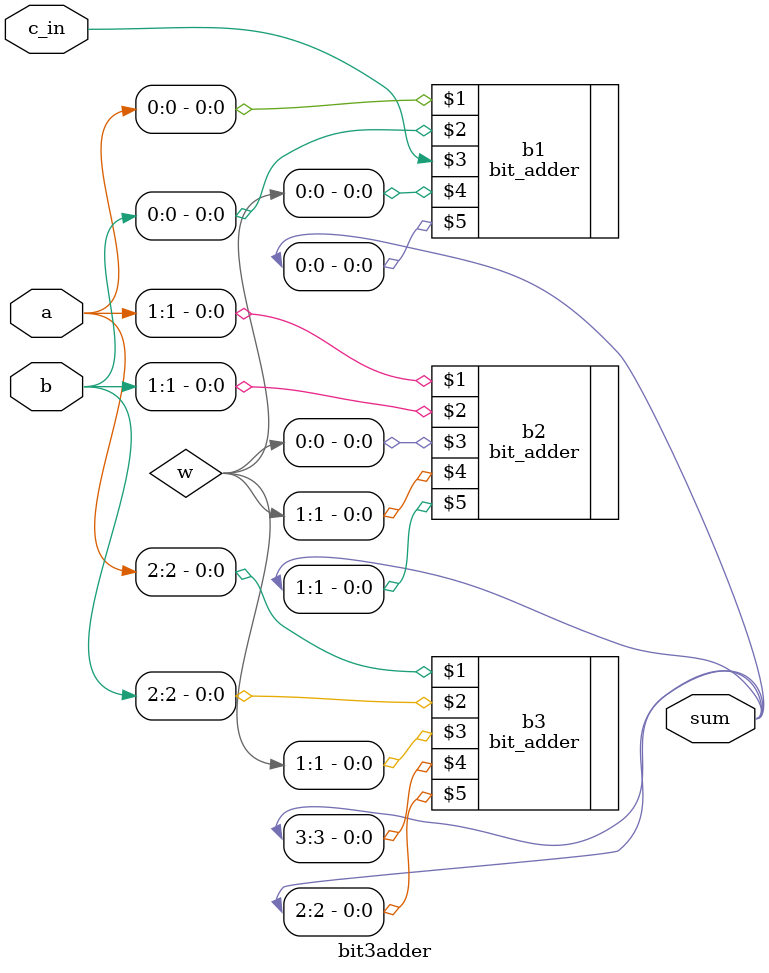
<source format=v>
`timescale 1ns / 1ps

module bit3adder(
    input [2:0]a,
    input [2:0]b,
    input c_in,
    output [3:0] sum
);
    wire [3:0]w;
    bit_adder b1(a[0],b[0],c_in,w[0],sum[0]);
    bit_adder b2(a[1],b[1],w[0],w[1],sum[1]);
    bit_adder b3(a[2],b[2],w[1],sum[3],sum[2]);
endmodule

</source>
